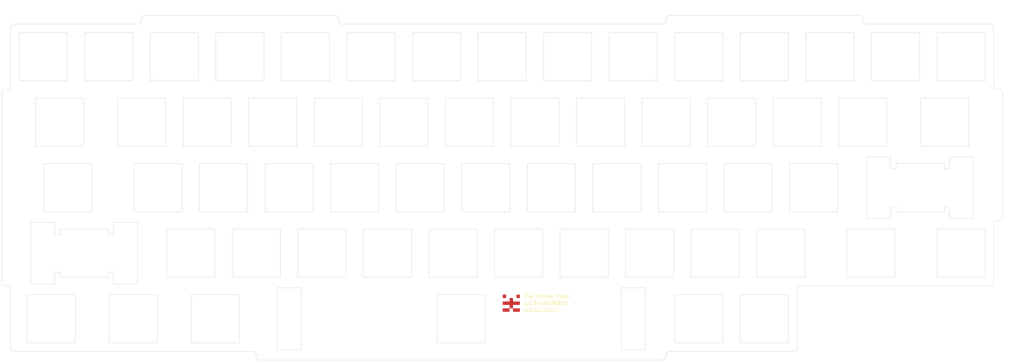
<source format=kicad_pcb>
(kicad_pcb (version 20221018) (generator pcbnew)

  (general
    (thickness 1.6)
  )

  (paper "A3")
  (title_block
    (title "Five Octave - Plate")
    (date "2023-08-15")
    (rev "1.0.0-wip.2")
    (comment 1 "https://github.com/takayoshiotake/five-octave-61-key-keyboard")
  )

  (layers
    (0 "F.Cu" signal)
    (31 "B.Cu" signal)
    (32 "B.Adhes" user "B.Adhesive")
    (33 "F.Adhes" user "F.Adhesive")
    (34 "B.Paste" user)
    (35 "F.Paste" user)
    (36 "B.SilkS" user "B.Silkscreen")
    (37 "F.SilkS" user "F.Silkscreen")
    (38 "B.Mask" user)
    (39 "F.Mask" user)
    (40 "Dwgs.User" user "User.Drawings")
    (41 "Cmts.User" user "User.Comments")
    (42 "Eco1.User" user "User.Eco1")
    (43 "Eco2.User" user "User.Eco2")
    (44 "Edge.Cuts" user)
    (45 "Margin" user)
    (46 "B.CrtYd" user "B.Courtyard")
    (47 "F.CrtYd" user "F.Courtyard")
    (48 "B.Fab" user)
    (49 "F.Fab" user)
    (50 "User.1" user)
    (51 "User.2" user)
    (52 "User.3" user)
    (53 "User.4" user)
    (54 "User.5" user)
    (55 "User.6" user)
    (56 "User.7" user)
    (57 "User.8" user)
    (58 "User.9" user)
  )

  (setup
    (pad_to_mask_clearance 0)
    (pcbplotparams
      (layerselection 0x00010fc_ffffffff)
      (plot_on_all_layers_selection 0x0000000_00000000)
      (disableapertmacros false)
      (usegerberextensions false)
      (usegerberattributes true)
      (usegerberadvancedattributes true)
      (creategerberjobfile true)
      (dashed_line_dash_ratio 12.000000)
      (dashed_line_gap_ratio 3.000000)
      (svgprecision 4)
      (plotframeref false)
      (viasonmask false)
      (mode 1)
      (useauxorigin false)
      (hpglpennumber 1)
      (hpglpenspeed 20)
      (hpglpendiameter 15.000000)
      (dxfpolygonmode true)
      (dxfimperialunits true)
      (dxfusepcbnewfont true)
      (psnegative false)
      (psa4output false)
      (plotreference true)
      (plotvalue true)
      (plotinvisibletext false)
      (sketchpadsonfab false)
      (subtractmaskfromsilk false)
      (outputformat 1)
      (mirror false)
      (drillshape 1)
      (scaleselection 1)
      (outputdirectory "")
    )
  )

  (net 0 "")

  (gr_rect (start 171.59375 107.3) (end 172.59375 108.3)
    (stroke (width 0) (type solid)) (fill solid) (layer "F.Cu") (tstamp 34934096-7655-4892-a0b1-b996d23b9285))
  (gr_poly
    (pts
      (xy 173.59375 108.3)
      (xy 173.59375 109.3)
      (xy 171.59375 109.3)
      (xy 171.59375 110.3)
      (xy 173.59375 110.3)
      (xy 173.59375 111.3)
      (xy 171.59375 111.3)
      (xy 171.59375 112.3)
      (xy 173.59375 112.3)
      (xy 173.59375 111.3)
      (xy 174.59375 111.3)
      (xy 174.59375 112.3)
      (xy 176.59375 112.3)
      (xy 176.59375 111.3)
      (xy 174.59375 111.3)
      (xy 174.59375 110.3)
      (xy 176.59375 110.3)
      (xy 176.59375 109.3)
      (xy 174.59375 109.3)
      (xy 174.59375 108.3)
    )

    (stroke (width 0) (type solid)) (fill solid) (layer "F.Cu") (tstamp 474d1ee5-4b03-4679-9ece-000d06c60ff3))
  (gr_rect (start 175.59375 107.3) (end 176.59375 108.3)
    (stroke (width 0) (type solid)) (fill solid) (layer "F.Cu") (tstamp ed713ca7-511a-4a90-a58a-c0e1980335cb))
  (gr_rect (start 171.59375 107.3) (end 172.59375 108.3)
    (stroke (width 0) (type solid)) (fill solid) (layer "F.Mask") (tstamp 8437944d-e596-4370-b699-322fe5d2d784))
  (gr_poly
    (pts
      (xy 173.59375 108.3)
      (xy 173.59375 109.3)
      (xy 171.59375 109.3)
      (xy 171.59375 110.3)
      (xy 173.59375 110.3)
      (xy 173.59375 111.3)
      (xy 171.59375 111.3)
      (xy 171.59375 112.3)
      (xy 173.59375 112.3)
      (xy 173.59375 111.3)
      (xy 174.59375 111.3)
      (xy 174.59375 112.3)
      (xy 176.59375 112.3)
      (xy 176.59375 111.3)
      (xy 174.59375 111.3)
      (xy 174.59375 110.3)
      (xy 176.59375 110.3)
      (xy 176.59375 109.3)
      (xy 174.59375 109.3)
      (xy 174.59375 108.3)
    )

    (stroke (width 0) (type solid)) (fill solid) (layer "F.Mask") (tstamp b897aaa3-532c-40cb-ad73-4e9f30f9b625))
  (gr_rect (start 175.59375 107.3) (end 176.59375 108.3)
    (stroke (width 0) (type solid)) (fill solid) (layer "F.Mask") (tstamp d27275d9-9b9f-4421-bee9-c0effd691960))
  (gr_rect (start 25.575 25.575) (end 317.325 126.825)
    (stroke (width 0.1) (type default)) (fill none) (layer "Cmts.User") (tstamp 016d7e32-f442-4673-8e5a-80067ae475d3))
  (gr_rect (start 28.575 28.575) (end 314.325 123.825)
    (stroke (width 0.1) (type default)) (fill none) (layer "Cmts.User") (tstamp 18459f3a-043b-4d4c-91c0-bc0b10edefca))
  (gr_rect (start 257.175 104.775) (end 314.325 123.825)
    (stroke (width 0.1) (type default)) (fill none) (layer "Cmts.User") (tstamp 3346008a-645e-4984-a93c-90606b838d5d))
  (gr_rect (start 43.00625 88.25) (end 57.00625 102.25)
    (stroke (width 0.1) (type default)) (fill none) (layer "Cmts.User") (tstamp 9f4717e7-ed1d-4ddb-bf96-3c822f70976b))
  (gr_rect (start 285.89375 69.2) (end 299.89375 83.2)
    (stroke (width 0.1) (type default)) (fill none) (layer "Cmts.User") (tstamp e0e510ca-49c3-4510-92b9-8d20824a9d69))
  (gr_poly
    (pts
      (arc (start 220.075 26.05) (mid 219.367893 26.342893) (end 219.075 27.05))
      (arc (start 219.075 27.575) (mid 218.782107 28.282107) (end 218.075 28.575))
      (arc (start 124.825 28.575) (mid 124.117893 28.282107) (end 123.825 27.575))
      (arc (start 123.825 27.05) (mid 123.532107 26.342893) (end 122.825 26.05))
      (arc (start 67.675 26.05) (mid 66.967893 26.342893) (end 66.675 27.05))
      (arc (start 66.675 27.575) (mid 66.382107 28.282107) (end 65.675 28.575))
      (arc (start 29.575 28.575) (mid 28.867893 28.867893) (end 28.575 29.575))
      (arc (start 28.575 46.625) (mid 28.282107 47.332107) (end 27.575 47.625))
      (arc (start 27.05 47.625) (mid 26.342893 47.917893) (end 26.05 48.625))
      (arc (start 26.05 103.775) (mid 26.342893 104.482107) (end 27.05 104.775))
      (arc (start 27.575 104.775) (mid 28.282107 105.067893) (end 28.575 105.775))
      (arc (start 28.575 122.825) (mid 28.867893 123.532107) (end 29.575 123.825))
      (arc (start 99.0125 123.825) (mid 99.719607 124.117893) (end 100.0125 124.825))
      (arc (start 100.0125 125.35) (mid 100.305393 126.057107) (end 101.0125 126.35))
      (arc (start 218.075 126.35) (mid 218.782107 126.057107) (end 219.075 125.35))
      (arc (start 219.075 124.825) (mid 219.367893 124.117893) (end 220.075 123.825))
      (arc (start 256.175 123.825) (mid 256.882107 123.532107) (end 257.175 122.825))
      (arc (start 257.175 105.775) (mid 257.467893 105.067893) (end 258.175 104.775))
      (arc (start 313.325 104.775) (mid 314.032107 104.482107) (end 314.325 103.775))
      (arc (start 314.325 86.725) (mid 314.617893 86.017893) (end 315.325 85.725))
      (arc (start 315.85 85.725) (mid 316.557107 85.432107) (end 316.85 84.725))
      (arc (start 316.85 48.625) (mid 316.557107 47.917893) (end 315.85 47.625))
      (arc (start 315.325 47.625) (mid 314.617893 47.332107) (end 314.325 46.625))
      (arc (start 314.325 29.575) (mid 314.032107 28.867893) (end 313.325 28.575))
      (arc (start 277.225 28.575) (mid 276.517893 28.282107) (end 276.225 27.575))
      (arc (start 276.225 27.05) (mid 275.932107 26.342893) (end 275.225 26.05))
    )

    (stroke (width 0.1) (type solid)) (fill none) (layer "Edge.Cuts") (tstamp 0029c2f9-9ee0-44c1-8d67-4981a09cea18))
  (gr_rect locked (start 159.6875 69.2) (end 173.6875 83.2)
    (stroke (width 0.1) (type default)) (fill none) (layer "Edge.Cuts") (tstamp 0276fb2d-fdb2-452c-ac9a-3c68873d4d7d))
  (gr_rect locked (start 102.5375 69.2) (end 116.5375 83.2)
    (stroke (width 0.1) (type default)) (fill none) (layer "Edge.Cuts") (tstamp 059244fc-421c-413f-a037-29b9bf57521b))
  (gr_line locked (start 299.89375 83.2) (end 285.89375 83.2)
    (stroke (width 0.1) (type default)) (layer "Edge.Cuts") (tstamp 059a0337-96d6-415a-847c-8198d132a443))
  (gr_rect locked (start 207.3125 88.25) (end 221.3125 102.25)
    (stroke (width 0.1) (type default)) (fill none) (layer "Edge.Cuts") (tstamp 096f7a96-c30b-4c21-af6d-b25e1403108f))
  (gr_line locked (start 285.89375 69.2) (end 299.89375 69.2)
    (stroke (width 0.1) (type default)) (layer "Edge.Cuts") (tstamp 10f3ce8e-0a5a-4d78-ba61-852018668ec2))
  (gr_rect locked (start 73.9625 88.25) (end 87.9625 102.25)
    (stroke (width 0.1) (type default)) (fill none) (layer "Edge.Cuts") (tstamp 13692642-1f94-45c9-8ace-e0f72c4c5105))
  (gr_line locked (start 284.39375 85.2) (end 284.39375 81.7)
    (stroke (width 0.1) (type default)) (layer "Edge.Cuts") (tstamp 137a8d14-49ae-4b22-95a4-5b5d4a92f157))
  (gr_rect locked (start 250.175 50.15) (end 264.175 64.15)
    (stroke (width 0.1) (type default)) (fill none) (layer "Edge.Cuts") (tstamp 1c48dd82-571c-4305-975a-b1f145f1e013))
  (gr_line locked (start 41.50625 89.75) (end 43.00625 89.75)
    (stroke (width 0.1) (type default)) (layer "Edge.Cuts") (tstamp 1d2acd44-918e-4690-a630-d5e2858c6703))
  (gr_line locked (start 58.50625 89.75) (end 58.50625 86.25)
    (stroke (width 0.1) (type default)) (layer "Edge.Cuts") (tstamp 1e3d09f9-4a8e-4b55-a836-dcd3031e58f0))
  (gr_rect locked (start 50.15 31.1) (end 64.15 45.1)
    (stroke (width 0.1) (type default)) (fill none) (layer "Edge.Cuts") (tstamp 28fca614-5c41-4575-9868-647246815567))
  (gr_rect locked (start 135.875 50.15) (end 149.875 64.15)
    (stroke (width 0.1) (type default)) (fill none) (layer "Edge.Cuts") (tstamp 316e9714-fcfe-43c7-b9a7-337fb6990f6e))
  (gr_rect locked (start 145.4 31.1) (end 159.4 45.1)
    (stroke (width 0.1) (type default)) (fill none) (layer "Edge.Cuts") (tstamp 36898cc6-05ea-421d-9f32-bafd4e08cdfe))
  (gr_rect locked (start 154.925 50.15) (end 168.925 64.15)
    (stroke (width 0.1) (type default)) (fill none) (layer "Edge.Cuts") (tstamp 3882d9f8-16d4-45ad-a51e-421418e29864))
  (gr_rect locked (start 226.3625 88.25) (end 240.3625 102.25)
    (stroke (width 0.1) (type default)) (fill none) (layer "Edge.Cuts") (tstamp 388c6e93-1f96-4d15-8daa-8f5b107b98da))
  (gr_line locked (start 41.50625 100.75) (end 43.00625 100.75)
    (stroke (width 0.1) (type default)) (layer "Edge.Cuts") (tstamp 3d496977-6a02-494a-97d5-226551850cff))
  (gr_rect locked (start 297.8 88.25) (end 311.8 102.25)
    (stroke (width 0.1) (type default)) (fill none) (layer "Edge.Cuts") (tstamp 3fdb3f25-435f-4241-a5c1-fd812ac81328))
  (gr_rect locked (start 221.6 31.1) (end 235.6 45.1)
    (stroke (width 0.1) (type default)) (fill none) (layer "Edge.Cuts") (tstamp 4555e931-6070-45ac-99eb-d924a5292bbb))
  (gr_line locked (start 41.50625 86.25) (end 41.50625 89.75)
    (stroke (width 0.1) (type default)) (layer "Edge.Cuts") (tstamp 4886cbdb-01be-4704-b9d9-ce6b32d687b0))
  (gr_rect locked (start 93.0125 88.25) (end 107.0125 102.25)
    (stroke (width 0.1) (type default)) (fill none) (layer "Edge.Cuts") (tstamp 4ceb2d35-b6d0-465c-9728-69b69ef69723))
  (gr_rect locked (start 178.7375 69.2) (end 192.7375 83.2)
    (stroke (width 0.1) (type default)) (fill none) (layer "Edge.Cuts") (tstamp 4cec3f23-7a5f-4fa5-8bda-b2f92ce0e1e2))
  (gr_line locked (start 285.89375 83.2) (end 285.89375 81.7)
    (stroke (width 0.1) (type default)) (layer "Edge.Cuts") (tstamp 4d243c58-6df6-4f1a-9ece-9a356ec31a54))
  (gr_rect locked (start 188.2625 88.25) (end 202.2625 102.25)
    (stroke (width 0.1) (type default)) (fill none) (layer "Edge.Cuts") (tstamp 4d7a8d56-fa98-4f9c-a83b-584a10834ebf))
  (gr_rect locked (start 121.5875 69.2) (end 135.5875 83.2)
    (stroke (width 0.1) (type default)) (fill none) (layer "Edge.Cuts") (tstamp 4e327174-b9d2-46e3-8f87-366a65f7dc76))
  (gr_line locked (start 301.39375 70.7) (end 301.39375 67.2)
    (stroke (width 0.1) (type default)) (layer "Edge.Cuts") (tstamp 50fb9060-c57d-42c9-a797-01bcf18e3dcc))
  (gr_rect locked (start 81.10625 107.3) (end 95.10625 121.3)
    (stroke (width 0.1) (type default)) (fill none) (layer "Edge.Cuts") (tstamp 5130dd11-89bd-4905-98a8-1f6374b57a20))
  (gr_line locked (start 65.50625 86.25) (end 65.50625 104.25)
    (stroke (width 0.1) (type default)) (layer "Edge.Cuts") (tstamp 537bbe6d-e5ed-4ee7-86a6-fcc0e53a03d5))
  (gr_rect locked (start 164.45 31.1) (end 178.45 45.1)
    (stroke (width 0.1) (type default)) (fill none) (layer "Edge.Cuts") (tstamp 558481f4-5507-40df-a101-67a97b14956d))
  (gr_rect locked (start 206.04375 105.3) (end 213.04375 123.3)
    (stroke (width 0.1) (type default)) (fill none) (layer "Edge.Cuts") (tstamp 5cd19d8d-3037-4407-abfe-9a78c5360235))
  (gr_rect locked (start 140.6375 69.2) (end 154.6375 83.2)
    (stroke (width 0.1) (type default)) (fill none) (layer "Edge.Cuts") (tstamp 5d047af9-77cd-4848-84be-6379a75ab641))
  (gr_rect locked (start 31.1 31.1) (end 45.1 45.1)
    (stroke (width 0.1) (type default)) (fill none) (layer "Edge.Cuts") (tstamp 5d2b9ba2-72ba-436c-8840-a25b29aad40e))
  (gr_rect locked (start 152.54375 107.3) (end 166.54375 121.3)
    (stroke (width 0.1) (type default)) (fill none) (layer "Edge.Cuts") (tstamp 5e50ae48-ca88-4817-9e45-0bd91755d41b))
  (gr_line locked (start 284.39375 67.2) (end 284.39375 70.7)
    (stroke (width 0.1) (type default)) (layer "Edge.Cuts") (tstamp 6057b08f-9be8-417c-b2a1-71b8e08a9c73))
  (gr_rect locked (start 131.1125 88.25) (end 145.1125 102.25)
    (stroke (width 0.1) (type default)) (fill none) (layer "Edge.Cuts") (tstamp 6169e0e9-5453-4261-9c44-2c91d6d92724))
  (gr_rect locked (start 259.7 31.1) (end 273.7 45.1)
    (stroke (width 0.1) (type default)) (fill none) (layer "Edge.Cuts") (tstamp 624443a2-cac4-4d5a-a6da-66c88fb7754d))
  (gr_rect locked (start 57.29375 107.3) (end 71.29375 121.3)
    (stroke (width 0.1) (type default)) (fill none) (layer "Edge.Cuts") (tstamp 6263b07f-633a-4cdf-bcd6-4eb55ee0b570))
  (gr_line locked (start 57.00625 89.75) (end 58.50625 89.75)
    (stroke (width 0.1) (type default)) (layer "Edge.Cuts") (tstamp 63fed6ef-8428-4a6e-a3be-d1f66d5782fa))
  (gr_line locked (start 65.50625 104.25) (end 58.50625 104.25)
    (stroke (width 0.1) (type default)) (layer "Edge.Cuts") (tstamp 6487e7a3-d213-4828-80ff-da80ff6d0952))
  (gr_line locked (start 277.39375 67.2) (end 284.39375 67.2)
    (stroke (width 0.1) (type default)) (layer "Edge.Cuts") (tstamp 665af364-a454-4132-86a0-f9b271e0fb30))
  (gr_line locked (start 58.50625 86.25) (end 65.50625 86.25)
    (stroke (width 0.1) (type default)) (layer "Edge.Cuts") (tstamp 695ebcf6-01d2-46c0-92aa-339b868d2105))
  (gr_line locked (start 58.50625 104.25) (end 58.50625 100.75)
    (stroke (width 0.1) (type default)) (layer "Edge.Cuts") (tstamp 6fd08899-7d42-4aa1-a044-a3c5becfc3e2))
  (gr_rect locked (start 240.65 31.1) (end 254.65 45.1)
    (stroke (width 0.1) (type default)) (fill none) (layer "Edge.Cuts") (tstamp 7819f1f4-ff6b-4a63-ad39-143745d15b35))
  (gr_rect locked (start 116.825 50.15) (end 130.825 64.15)
    (stroke (width 0.1) (type default)) (fill none) (layer "Edge.Cuts") (tstamp 7b09a139-650e-41ce-bbc1-0ae9c9e7aee3))
  (gr_rect locked (start 150.1625 88.25) (end 164.1625 102.25)
    (stroke (width 0.1) (type default)) (fill none) (layer "Edge.Cuts") (tstamp 7c7b4ccb-e480-4a83-baa8-4f6bc845e200))
  (gr_rect locked (start 245.4125 88.25) (end 259.4125 102.25)
    (stroke (width 0.1) (type default)) (fill none) (layer "Edge.Cuts") (tstamp 7d642bb5-8add-413e-939e-92afc2e0e8a7))
  (gr_line locked (start 43.00625 102.25) (end 43.00625 100.75)
    (stroke (width 0.1) (type default)) (layer "Edge.Cuts") (tstamp 7ea770b9-013a-4cfa-aebb-26981752651d))
  (gr_rect locked (start 293.0375 50.15) (end 307.0375 64.15)
    (stroke (width 0.1) (type default)) (fill none) (layer "Edge.Cuts") (tstamp 7f4328ce-5842-42e2-984e-39652f97deff))
  (gr_rect locked (start 169.2125 88.25) (end 183.2125 102.25)
    (stroke (width 0.1) (type default)) (fill none) (layer "Edge.Cuts") (tstamp 809a6c10-ee52-4b99-820c-28c4ba0b451e))
  (gr_line locked (start 57.00625 102.25) (end 43.00625 102.25)
    (stroke (width 0.1) (type default)) (layer "Edge.Cuts") (tstamp 81aa973a-d21c-4efa-8719-78df6ed20271))
  (gr_line locked (start 308.39375 85.2) (end 301.39375 85.2)
    (stroke (width 0.1) (type default)) (layer "Edge.Cuts") (tstamp 81bd5f73-0832-4941-8dd3-8e2389dc8924))
  (gr_rect locked (start 183.5 31.1) (end 197.5 45.1)
    (stroke (width 0.1) (type default)) (fill none) (layer "Edge.Cuts") (tstamp 874c86a0-164f-43d2-a52e-1c3c72ca74a3))
  (gr_rect locked (start 193.025 50.15) (end 207.025 64.15)
    (stroke (width 0.1) (type default)) (fill none) (layer "Edge.Cuts") (tstamp 8ca3fd6b-ad06-4da2-aca2-b87d82c6ff23))
  (gr_rect locked (start 212.075 50.15) (end 226.075 64.15)
    (stroke (width 0.1) (type default)) (fill none) (layer "Edge.Cuts") (tstamp 9b79e620-0aac-41cd-8c1b-fc00d8cc8a9b))
  (gr_line locked (start 43.00625 89.75) (end 43.00625 88.25)
    (stroke (width 0.1) (type default)) (layer "Edge.Cuts") (tstamp 9d2a1ef8-a660-4b10-86e7-f61bd757c65a))
  (gr_line locked (start 34.50625 104.25) (end 34.50625 86.25)
    (stroke (width 0.1) (type default)) (layer "Edge.Cuts") (tstamp 9e6c46ea-63f6-40aa-aa18-79b26989f28f))
  (gr_line locked (start 301.39375 67.2) (end 308.39375 67.2)
    (stroke (width 0.1) (type default)) (layer "Edge.Cuts") (tstamp 9ee2c603-6519-4396-a052-ea08431f01c8))
  (gr_line locked (start 285.89375 70.7) (end 285.89375 69.2)
    (stroke (width 0.1) (type default)) (layer "Edge.Cuts") (tstamp ab6a60d9-c8da-4cc1-8ef2-b6d35d9be854))
  (gr_line locked (start 299.89375 83.2) (end 299.89375 81.7)
    (stroke (width 0.1) (type default)) (layer "Edge.Cuts") (tstamp ac287ef5-03a9-4b73-bfff-cd0c4655ba64))
  (gr_line locked (start 57.00625 100.75) (end 58.50625 100.75)
    (stroke (width 0.1) (type default)) (layer "Edge.Cuts") (tstamp acc2f891-b564-4cb1-90f0-2ae9a0342a4e))
  (gr_line locked (start 277.39375 85.2) (end 277.39375 67.2)
    (stroke (width 0.1) (type default)) (layer "Edge.Cuts") (tstamp ad80510e-30ec-4156-a8fd-f71d6db34686))
  (gr_line locked (start 308.39375 67.2) (end 308.39375 85.2)
    (stroke (width 0.1) (type default)) (layer "Edge.Cuts") (tstamp b56d25ab-335c-4027-9ea0-807e2b1616e5))
  (gr_line locked (start 284.39375 85.2) (end 277.39375 85.2)
    (stroke (width 0.1) (type default)) (layer "Edge.Cuts") (tstamp b6866ec3-7a96-443a-b2a6-58e0de4a3185))
  (gr_rect locked (start 235.8875 69.2) (end 249.8875 83.2)
    (stroke (width 0.1) (type default)) (fill none) (layer "Edge.Cuts") (tstamp b734d684-6883-405b-9389-8cbed55dccbb))
  (gr_rect locked (start 269.225 50.15) (end 283.225 64.15)
    (stroke (width 0.1) (type default)) (fill none) (layer "Edge.Cuts") (tstamp b7776491-dc45-4760-9807-69e3780f72db))
  (gr_rect locked (start 83.4875 69.2) (end 97.4875 83.2)
    (stroke (width 0.1) (type default)) (fill none) (layer "Edge.Cuts") (tstamp b78f4d61-bb31-4c5c-8f35-10af133ddd03))
  (gr_rect locked (start 88.25 31.1) (end 102.25 45.1)
    (stroke (width 0.1) (type default)) (fill none) (layer "Edge.Cuts") (tstamp ba7982b7-0022-4ab1-9852-ca84c7eb96c9))
  (gr_rect locked (start 33.48125 107.3) (end 47.48125 121.3)
    (stroke (width 0.1) (type default)) (fill none) (layer "Edge.Cuts") (tstamp bca9e6cd-2cc8-4b0b-b7fc-629093e96794))
  (gr_rect locked (start 112.0625 88.25) (end 126.0625 102.25)
    (stroke (width 0.1) (type default)) (fill none) (layer "Edge.Cuts") (tstamp bf45a824-040e-41aa-863f-296b81e1649e))
  (gr_line locked (start 299.89375 70.7) (end 299.89375 69.2)
    (stroke (width 0.1) (type default)) (layer "Edge.Cuts") (tstamp c10e9e4c-09fa-43df-8f78-9d94822d61dc))
  (gr_rect locked (start 254.9375 69.2) (end 268.9375 83.2)
    (stroke (width 0.1) (type default)) (fill none) (layer "Edge.Cuts") (tstamp c38706bc-1ff0-4ead-bbca-0fd6791712bb))
  (gr_line locked (start 43.00625 88.25) (end 57.00625 88.25)
    (stroke (width 0.1) (type default)) (layer "Edge.Cuts") (tstamp c8222242-6e55-4545-9518-f40693d796f3))
  (gr_line locked (start 299.89375 81.7) (end 301.39375 81.7)
    (stroke (width 0.1) (type default)) (layer "Edge.Cuts") (tstamp c903a958-2b47-4126-a0c6-a0af9c130419))
  (gr_rect locked (start 216.8375 69.2) (end 230.8375 83.2)
    (stroke (width 0.1) (type default)) (fill none) (layer "Edge.Cuts") (tstamp caa71ebe-9a2b-4465-813d-c3a6f7afa4b4))
  (gr_rect locked (start 240.65 107.3) (end 254.65 121.3)
    (stroke (width 0.1) (type default)) (fill none) (layer "Edge.Cuts") (tstamp d06b7ec8-0afe-4e14-8021-b7c2447f9f15))
  (gr_rect locked (start 106.04375 105.3) (end 113.04375 123.3)
    (stroke (width 0.1) (type default)) (fill none) (layer "Edge.Cuts") (tstamp d2099abd-9eb5-49ce-83f2-15adbfb93b3f))
  (gr_line locked (start 299.89375 70.7) (end 301.39375 70.7)
    (stroke (width 0.1) (type default)) (layer "Edge.Cuts") (tstamp d20a0b3d-a479-482e-bf1b-e49ba87a4d8e))
  (gr_rect locked (start 78.725 50.15) (end 92.725 64.15)
    (stroke (width 0.1) (type default)) (fill none) (layer "Edge.Cuts") (tstamp d41141ff-6f26-4c1f-a2a9-beb27ac36d91))
  (gr_line locked (start 41.50625 104.25) (end 41.50625 100.75)
    (stroke (width 0.1) (type default)) (layer "Edge.Cuts") (tstamp d43b2719-1fa1-44a7-9cbd-da5898ce6b61))
  (gr_line locked (start 57.00625 89.75) (end 57.00625 88.25)
    (stroke (width 0.1) (type default)) (layer "Edge.Cuts") (tstamp d6837a0d-2708-4bec-8e73-85636b4cc8d6))
  (gr_rect locked (start 173.975 50.15) (end 187.975 64.15)
    (stroke (width 0.1) (type default)) (fill none) (layer "Edge.Cuts") (tstamp d8a7ac7e-d378-4f62-8c20-fb9577085cf1))
  (gr_rect locked (start 297.8 31.1) (end 311.8 45.1)
    (stroke (width 0.1) (type default)) (fill none) (layer "Edge.Cuts") (tstamp db7f26c7-2045-406b-8178-0571c1511466))
  (gr_rect locked (start 271.60625 88.25) (end 285.60625 102.25)
    (stroke (width 0.1) (type default)) (fill none) (layer "Edge.Cuts") (tstamp dc37ac17-a601-4bce-884a-1845e217450f))
  (gr_rect locked (start 197.7875 69.2) (end 211.7875 83.2)
    (stroke (width 0.1) (type default)) (fill none) (layer "Edge.Cuts") (tstamp dc3d46ab-4718-4287-a0fa-9f35c7123b79))
  (gr_line locked (start 34.50625 86.25) (end 41.50625 86.25)
    (stroke (width 0.1) (type default)) (layer "Edge.Cuts") (tstamp dfada4e4-6659-4f81-8f2f-6b2c49f2a837))
  (gr_line locked (start 301.39375 85.2) (end 301.39375 81.7)
    (stroke (width 0.1) (type default)) (layer "Edge.Cuts") (tstamp e0391f0e-2a8d-4c59-a19f-4469684e3e65))
  (gr_line locked (start 284.39375 81.7) (end 285.89375 81.7)
    (stroke (width 0.1) (type default)) (layer "Edge.Cuts") (tstamp e29c9f66-ecc1-4eff-9cfc-cbf24ab5b6ce))
  (gr_rect locked (start 64.4375 69.2) (end 78.4375 83.2)
    (stroke (width 0.1) (type default)) (fill none) (layer "Edge.Cuts") (tstamp e4e9407d-a4e1-41b2-940c-0c6e975f1be3))
  (gr_rect locked (start 69.2 31.1) (end 83.2 45.1)
    (stroke (width 0.1) (type default)) (fill none) (layer "Edge.Cuts") (tstamp e71d9dd7-0d04-4650-8f2e-1b31a7d88fac))
  (gr_rect locked (start 35.8625 50.15) (end 49.8625 64.15)
    (stroke (width 0.1) (type default)) (fill none) (layer "Edge.Cuts") (tstamp e82acabf-69b3-4ee8-89ad-6968b22d497c))
  (gr_rect locked (start 107.3 31.1) (end 121.3 45.1)
    (stroke (width 0.1) (type default)) (fill none) (layer "Edge.Cuts") (tstamp e893c9af-3725-4c81-ae66-b564efc491ac))
  (gr_rect locked (start 231.125 50.15) (end 245.125 64.15)
    (stroke (width 0.1) (type default)) (fill none) (layer "Edge.Cuts") (tstamp ee211b53-2ed3-447b-9989-e4e6cf4fdace))
  (gr_rect locked (start 221.6 107.3) (end 235.6 121.3)
    (stroke (width 0.1) (type default)) (fill none) (layer "Edge.Cuts") (tstamp f0c5f67f-6331-4892-9b3c-03192302ad15))
  (gr_rect locked (start 38.24375 69.2) (end 52.24375 83.2)
    (stroke (width 0.1) (type default)) (fill none) (layer "Edge.Cuts") (tstamp f1f617ee-c468-4ce8-8786-b0ba7e4cbbd3))
  (gr_rect locked (start 59.675 50.15) (end 73.675 64.15)
    (stroke (width 0.1) (type default)) (fill none) (layer "Edge.Cuts") (tstamp f263606a-f592-4734-b7d1-9fb44ab24314))
  (gr_line locked (start 41.50625 104.25) (end 34.50625 104.25)
    (stroke (width 0.1) (type default)) (layer "Edge.Cuts") (tstamp f47add73-7f02-429c-a982-94c4c77cc47d))
  (gr_line locked (start 284.39375 70.7) (end 285.89375 70.7)
    (stroke (width 0.1) (type default)) (layer "Edge.Cuts") (tstamp f49fd859-12c1-4c30-b189-f8c0f97292c1))
  (gr_rect locked (start 97.775 50.15) (end 111.775 64.15)
    (stroke (width 0.1) (type default)) (fill none) (layer "Edge.Cuts") (tstamp f6547ebb-16a4-44ab-8845-5800824845c9))
  (gr_line locked (start 57.00625 102.25) (end 57.00625 100.75)
    (stroke (width 0.1) (type default)) (layer "Edge.Cuts") (tstamp f98caaad-4b72-41f8-9833-d1b1256b36b7))
  (gr_rect locked (start 202.55 31.1) (end 216.55 45.1)
    (stroke (width 0.1) (type default)) (fill none) (layer "Edge.Cuts") (tstamp fad47fa3-8ca7-47e9-97ee-17a83a6cb122))
  (gr_rect locked (start 126.35 31.1) (end 140.35 45.1)
    (stroke (width 0.1) (type default)) (fill none) (layer "Edge.Cuts") (tstamp fb22cc7a-d843-4216-b988-a8c5a3561eec))
  (gr_rect locked (start 278.75 31.1) (end 292.75 45.1)
    (stroke (width 0.1) (type default)) (fill none) (layer "Edge.Cuts") (tstamp fef98e87-71b8-40a3-af24-02638da646ba))
  (gr_rect (start 190.5 47.625) (end 209.55 66.675)
    (stroke (width 0.1) (type default)) (fill none) (layer "F.Fab") (tstamp 01cbd662-6979-49b7-8f99-500e732d19d3))
  (gr_rect (start 76.2 104.775) (end 100.0125 123.825)
    (stroke (width 0.1) (type default)) (fill none) (layer "F.Fab") (tstamp 06f3b1f7-9dfa-4860-9504-f246ba7b24af))
  (gr_rect (start 161.925 28.575) (end 180.975 47.625)
    (stroke (width 0.1) (type default)) (fill none) (layer "F.Fab") (tstamp 09d13296-94f6-4a6f-a849-122229876b3b))
  (gr_rect (start 180.975 28.575) (end 200.025 47.625)
    (stroke (width 0.1) (type default)) (fill none) (layer "F.Fab") (tstamp 0a9fae37-37f1-4375-9810-b9c19b405297))
  (gr_rect (start 266.7 47.625) (end 285.75 66.675)
    (stroke (width 0.1) (type default)) (fill none) (layer "F.Fab") (tstamp 0b3b8916-4f27-46c0-9712-716f85e9dfff))
  (gr_rect (start 185.7375 85.725) (end 204.7875 104.775)
    (stroke (width 0.1) (type default)) (fill none) (layer "F.Fab") (tstamp 10e5cd18-b157-4087-9c11-0bde91d2b86f))
  (gr_rect (start 28.575 47.625) (end 57.15 66.675)
    (stroke (width 0.1) (type default)) (fill none) (layer "F.Fab") (tstamp 1f4989d6-c1ce-4272-977d-ebe8b96c962c))
  (gr_rect (start 223.8375 85.725) (end 242.8875 104.775)
    (stroke (width 0.1) (type default)) (fill none) (layer "F.Fab") (tstamp 2354a973-b12b-4419-b4e0-37824109ab71))
  (gr_rect (start 100.0125 66.675) (end 119.0625 85.725)
    (stroke (width 0.1) (type default)) (fill none) (layer "F.Fab") (tstamp 262dc1a8-e462-4aa0-92d7-16e6b3c29caf))
  (gr_rect (start 295.275 28.575) (end 314.325 47.625)
    (stroke (width 0.1) (type default)) (fill none) (layer "F.Fab") (tstamp 2de8f39f-e924-4836-9b34-41271f5e6986))
  (gr_rect (start 176.2125 66.675) (end 195.2625 85.725)
    (stroke (width 0.1) (type default)) (fill none) (layer "F.Fab") (tstamp 30dd069d-d080-470d-8a76-5a19ecd0e0b2))
  (gr_rect (start 57.15 47.625) (end 76.2 66.675)
    (stroke (width 0.1) (type default)) (fill none) (layer "F.Fab") (tstamp 382858e3-2819-4029-85db-df6581744485))
  (gr_rect (start 76.2 47.625) (end 95.25 66.675)
    (stroke (width 0.1) (type default)) (fill none) (layer "F.Fab") (tstamp 3a713db7-d952-4807-879e-a4bf77144666))
  (gr_rect (start 166.6875 85.725) (end 185.7375 104.775)
    (stroke (width 0.1) (type default)) (fill none) (layer "F.Fab") (tstamp 3b8767d5-e99f-4e89-8d05-bfdc39d49ffe))
  (gr_rect (start 238.125 28.575) (end 257.175 47.625)
    (stroke (width 0.1) (type default)) (fill none) (layer "F.Fab") (tstamp 3f54c8f5-c2e8-4c60-8324-83f667e580ff))
  (gr_rect (start 52.3875 104.775) (end 76.2 123.825)
    (stroke (width 0.1) (type default)) (fill none) (layer "F.Fab") (tstamp 3f931ce6-9b37-4f25-9506-1fd421352350))
  (gr_rect (start 214.3125 66.675) (end 233.3625 85.725)
    (stroke (width 0.1) (type default)) (fill none) (layer "F.Fab") (tstamp 407e011c-b262-4664-97b3-b4a0e3a5f591))
  (gr_rect (start 200.025 28.575) (end 219.075 47.625)
    (stroke (width 0.1) (type default)) (fill none) (layer "F.Fab") (tstamp 47102506-a71e-4800-8c3f-fc08c5563de7))
  (gr_rect (start 100.0125 104.775) (end 219.075 123.825)
    (stroke (width 0.1) (type default)) (fill none) (layer "F.Fab") (tstamp 559151ea-5d01-4d01-80b0-6ea011dfdefa))
  (gr_rect (start 66.675 28.575) (end 85.725 47.625)
    (stroke (width 0.1) (type default)) (fill none) (layer "F.Fab") (tstamp 5625cb23-7785-437e-a4d5-a460a65713e8))
  (gr_rect (start 138.1125 66.675) (end 157.1625 85.725)
    (stroke (width 0.1) (type default)) (fill none) (layer "F.Fab") (tstamp 57fecdbf-ac18-4425-8598-cb8c632ca093))
  (gr_rect (start 238.125 104.775) (end 257.175 123.825)
    (stroke (width 0.1) (type default)) (fill none) (layer "F.Fab") (tstamp 5bbd681f-ea78-411c-8a90-d54611c56575))
  (gr_rect (start 119.0625 66.675) (end 138.1125 85.725)
    (stroke (width 0.1) (type default)) (fill none) (layer "F.Fab") (tstamp 66d6b7ea-955c-4229-a771-8d17f8bffc99))
  (gr_rect (start 104.775 28.575) (end 123.825 47.625)
    (stroke (width 0.1) (type default)) (fill none) (layer "F.Fab") (tstamp 6b028e4d-88b3-428b-be57-669c5aad4929))
  (gr_rect (start 95.25 47.625) (end 114.3 66.675)
    (stroke (width 0.1) (type default)) (fill none) (layer "F.Fab") (tstamp 71a4d5ff-7817-4607-acdf-aba33c6056c1))
  (gr_rect (start 233.3625 66.675) (end 252.4125 85.725)
    (stroke (width 0.1) (type default)) (fill none) (layer "F.Fab") (tstamp 72f24a86-e0b0-4871-b0cd-16892f63dd98))
  (gr_rect (start 71.4375 85.725) (end 90.4875 104.775)
    (stroke (width 0.1) (type default)) (fill none) (layer "F.Fab") (tstamp 7aef9abd-ae02-48c6-b521-3a7cf0c8f97f))
  (gr_rect (start 247.65 47.625) (end 266.7 66.675)
    (stroke (width 0.1) (type default)) (fill none) (layer "F.Fab") (tstamp 7b6f3500-98b6-4849-b449-eb0bcd1c3320))
  (gr_rect (start 209.55 47.625) (end 228.6 66.675)
    (stroke (width 0.1) (type default)) (fill none) (layer "F.Fab") (tstamp 7b7d1320-6e60-4b7c-bf91-ebd3b5e85937))
  (gr_rect (start 204.7875 85.725) (end 223.8375 104.775)
    (stroke (width 0.1) (type default)) (fill none) (layer "F.Fab") (tstamp 7d8916c6-aa78-40db-803c-885750aee337))
  (gr_rect (start 171.45 47.625) (end 190.5 66.675)
    (stroke (width 0.1) (type default)) (fill none) (layer "F.Fab") (tstamp 81996ef8-1783-461b-b52f-3e82b860fcf9))
  (gr_rect (start 195.2625 66.675) (end 214.3125 85.725)
    (stroke (width 0.1) (type default)) (fill none) (layer "F.Fab") (tstamp 85496ad6-41a9-47ca-964e-17ea50ebc347))
  (gr_rect (start 285.75 47.625) (end 314.325 66.675)
    (stroke (width 0.1) (type default)) (fill none) (layer "F.Fab") (tstamp 8a87e97f-b2b6-46e7-b90a-e35c5687b1b3))
  (gr_rect (start 28.575 66.675) (end 61.9125 85.725)
    (stroke (width 0.1) (type default)) (fill none) (layer "F.Fab") (tstamp 943896f2-ed33-4585-8bc5-c5b9fd9f98ca))
  (gr_rect (start 28.575 28.575) (end 47.625 47.625)
    (stroke (width 0.1) (type default)) (fill none) (layer "F.Fab") (tstamp 95ab16bb-a4a0-4b90-931e-e528f7292c20))
  (gr_rect (start 90.4875 85.725) (end 109.5375 104.775)
    (stroke (width 0.1) (type default)) (fill none) (layer "F.Fab") (tstamp 98248314-f5c9-4d93-9395-6cf329564be8))
  (gr_rect (start 242.8875 85.725) (end 261.9375 104.775)
    (stroke (width 0.1) (type default)) (fill none) (layer "F.Fab") (tstamp 9bb5fd35-b69d-4ab5-84e8-40a76c2d3e51))
  (gr_rect (start 28.575 85.725) (end 71.4375 104.775)
    (stroke (width 0.1) (type default)) (fill none) (layer "F.Fab") (tstamp 9e98a550-6241-45de-941c-317325786941))
  (gr_rect (start 47.625 28.575) (end 66.675 47.625)
    (stroke (width 0.1) (type default)) (fill none) (layer "F.Fab") (tstamp a257b805-3c21-4f09-a60d-0216e41582b6))
  (gr_rect (start 257.175 28.575) (end 276.225 47.625)
    (stroke (width 0.1) (type default)) (fill none) (layer "F.Fab") (tstamp a2ab61d2-c578-40bd-9c07-f1d19b33b81c))
  (gr_rect (start 128.5875 85.725) (end 147.6375 104.775)
    (stroke (width 0.1) (type default)) (fill none) (layer "F.Fab") (tstamp a5adda12-314d-465c-b44a-4a0db1421f8e))
  (gr_rect (start 147.6375 85.725) (end 166.6875 104.775)
    (stroke (width 0.1) (type default)) (fill none) (layer "F.Fab") (tstamp add57a02-b923-43d9-8275-d2112e553224))
  (gr_rect (start 219.075 104.775) (end 238.125 123.825)
    (stroke (width 0.1) (type default)) (fill none) (layer "F.Fab") (tstamp aed8cf2a-0c87-49bf-8f1a-a21967977a8d))
  (gr_rect (start 28.575 104.775) (end 52.3875 123.825)
    (stroke (width 0.1) (type default)) (fill none) (layer "F.Fab") (tstamp afd77e68-1f2b-4f2d-90fa-696301a6c529))
  (gr_rect (start 85.725 28.575) (end 104.775 47.625)
    (stroke (width 0.1) (type default)) (fill none) (layer "F.Fab") (tstamp b394165d-c5b3-4e23-8ad6-19a19b1f695f))
  (gr_rect (start 109.5375 85.725) (end 128.5875 104.775)
    (stroke (width 0.1) (type default)) (fill none) (layer "F.Fab") (tstamp b48a139f-9204-4cb1-a621-b0a454046d1a))
  (gr_rect (start 271.4625 66.675) (end 314.325 85.725)
    (stroke (width 0.1) (type default)) (fill none) (layer "F.Fab") (tstamp b994b95d-4ad5-43b9-9f94-a2c98cc9e1f6))
  (gr_rect (start 142.875 28.575) (end 161.925 47.625)
    (stroke (width 0.1) (type default)) (fill none) (layer "F.Fab") (tstamp be1c0dfe-0c94-4550-b9d4-12386d8a93eb))
  (gr_rect (start 261.9375 85.725) (end 295.275 104.775)
    (stroke (width 0.1) (type default)) (fill none) (layer "F.Fab") (tstamp c16499d8-f8a1-4b2a-bf80-95c52ef78a33))
  (gr_rect (start 80.9625 66.675) (end 100.0125 85.725)
    (stroke (width 0.1) (type default)) (fill none) (layer "F.Fab") (tstamp c36856a3-9958-4884-9211-e84a9ffd13f8))
  (gr_rect (start 152.4 47.625) (end 171.45 66.675)
    (stroke (width 0.1) (type default)) (fill none) (layer "F.Fab") (tstamp c88e4b87-ad31-4182-8bce-934afaed469a))
  (gr_rect (start 61.9125 66.675) (end 80.9625 85.725)
    (stroke (width 0.1) (type default)) (fill none) (layer "F.Fab") (tstamp c9667126-2f17-44c4-945b-7a1ed4b11757))
  (gr_rect (start 228.6 47.625) (end 247.65 66.675)
    (stroke (width 0.1) (type default)) (fill none) (layer "F.Fab") (tstamp d0ce9d55-2a44-46b5-8efc-f3322f3b66a7))
  (gr_rect (start 295.275 85.725) (end 314.325 104.775)
    (stroke (width 0.1) (type default)) (fill none) (layer "F.Fab") (tstamp d2c75967-9930-4848-8fe2-6b5f6eb97fcc))
  (gr_rect (start 276.225 28.575) (end 295.275 47.625)
    (stroke (width 0.1) (type default)) (fill none) (layer "F.Fab") (tstamp d39230da-5889-48f5-beb1-8e6e7ddaf8aa))
  (gr_rect (start 252.4125 66.675) (end 271.4625 85.725)
    (stroke (width 0.1) (type default)) (fill none) (layer "F.Fab") (tstamp e552c006-272d-4b19-b870-95dbb09f8456))
  (gr_rect (start 219.075 28.575) (end 238.125 47.625)
    (stroke (width 0.1) (type default)) (fill none) (layer "F.Fab") (tstamp e56578ba-8c83-4f73-b934-e3937dbd0844))
  (gr_rect (start 133.35 47.625) (end 152.4 66.675)
    (stroke (width 0.1) (type default)) (fill none) (layer "F.Fab") (tstamp e87bd799-e102-4af9-92cc-b6798cfa84eb))
  (gr_rect (start 114.3 47.625) (end 133.35 66.675)
    (stroke (width 0.1) (type default)) (fill none) (layer "F.Fab") (tstamp ea2642e0-caef-4f5f-92bc-2ad7ee47c353))
  (gr_rect (start 123.825 28.575) (end 142.875 47.625)
    (stroke (width 0.1) (type default)) (fill none) (layer "F.Fab") (tstamp f4ae49ab-d10e-4075-b8e6-d3e52fa3db42))
  (gr_rect (start 157.1625 66.675) (end 176.2125 85.725)
    (stroke (width 0.1) (type default)) (fill none) (layer "F.Fab") (tstamp fa1d1db9-4179-42be-987f-e5f47ebdf3a7))
  (gr_poly
    (pts
      (xy 219.075 126.35)
      (xy 100.0125 126.35)
      (xy 100.0125 123.825)
      (xy 28.575 123.825)
      (xy 28.575 104.775)
      (xy 26.05 104.775)
      (xy 26.05 47.625)
      (xy 28.575 47.625)
      (xy 28.575 28.575)
      (xy 66.675 28.575)
      (xy 66.675 26.05)
      (xy 123.825 26.05)
      (xy 123.825 28.575)
      (xy 219.075 28.575)
      (xy 219.075 26.05)
      (xy 276.225 26.05)
      (xy 276.225 28.575)
      (xy 314.325 28.575)
      (xy 314.325 47.625)
      (xy 316.85 47.625)
      (xy 316.85 85.725)
      (xy 314.325 85.725)
      (xy 314.325 104.775)
      (xy 257.175 104.775)
      (xy 257.175 123.825)
      (xy 219.075 123.825)
    )

    (stroke (width 0.1) (type solid)) (fill none) (layer "User.3") (tstamp d90e0f7e-d122-49a0-88e8-f177e06740dd))
  (gr_text "1.0.0+20230815" (at 177.59375 109.8) (layer "F.SilkS") (tstamp 4318d4bf-6ed1-4565-a6cc-310c93e7765a)
    (effects (font (size 1 1) (thickness 0.15)) (justify left))
  )
  (gr_text "Five Octave Plate" (at 177.59375 107.8) (layer "F.SilkS") (tstamp 6dc3616a-758b-4a4d-b495-7a6fe862a6e8)
    (effects (font (size 1 1) (thickness 0.15)) (justify left))
  )
  (gr_text "JLCJLCJLCJLC" (at 177.59375 111.8) (layer "F.SilkS") (tstamp 9803c1e5-2f16-4aef-bfc5-de407e3b0250)
    (effects (font (size 1 1) (thickness 0.15)) (justify left))
  )
  (dimension locked (type aligned) (layer "Cmts.User") (tstamp 5b0cd666-a437-4552-b75c-7b300935d8af)
    (pts (xy 314.325 123.825) (xy 314.325 28.575))
    (height 5)
    (gr_text locked "95.2500 mm" (at 318.175 76.2 90) (layer "Cmts.User") (tstamp 5b0cd666-a437-4552-b75c-7b300935d8af)
      (effects (font (size 1 1) (thickness 0.15)))
    )
    (format (prefix "") (suffix "") (units 3) (units_format 1) (precision 4))
    (style (thickness 0.15) (arrow_length 1.27) (text_position_mode 0) (extension_height 0.58642) (extension_offset 0.5) keep_text_aligned)
  )
  (dimension locked (type aligned) (layer "Cmts.User") (tstamp 70375692-0b9c-49c6-b0c6-88c1e9104880)
    (pts (xy 28.575 28.575) (xy 314.325 28.575))
    (height -5)
    (gr_text locked "285.7500 mm" (at 171.45 22.425) (layer "Cmts.User") (tstamp 70375692-0b9c-49c6-b0c6-88c1e9104880)
      (effects (font (size 1 1) (thickness 0.15)))
    )
    (format (prefix "") (suffix "") (units 3) (units_format 1) (precision 4))
    (style (thickness 0.15) (arrow_length 1.27) (text_position_mode 0) (extension_height 0.58642) (extension_offset 0.5) keep_text_aligned)
  )

)

</source>
